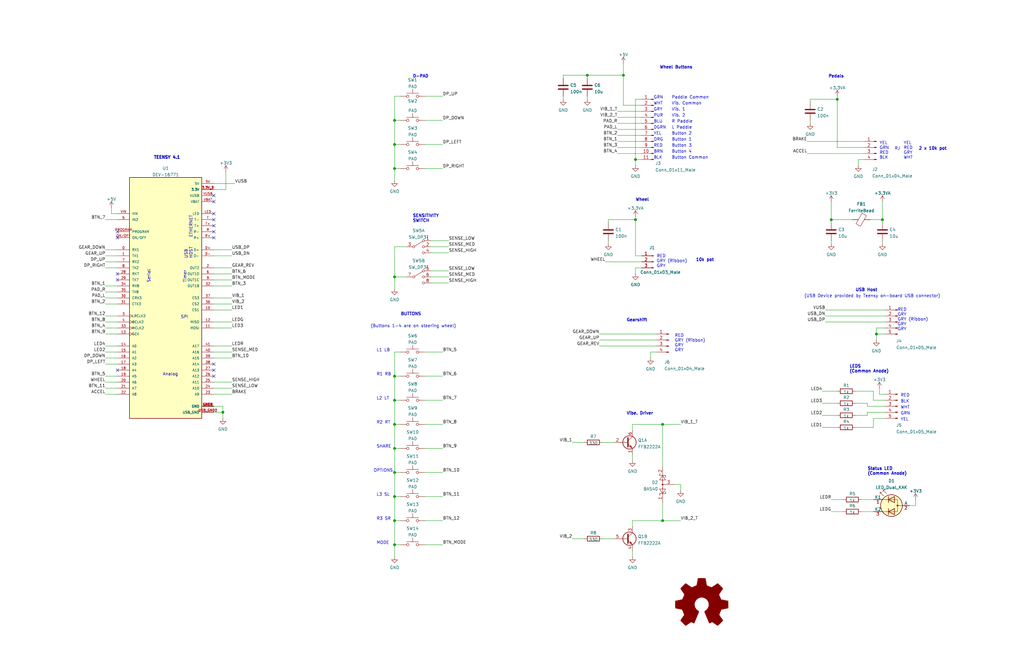
<source format=kicad_sch>
(kicad_sch (version 20211123) (generator eeschema)
  (paper "USLedger")
  (title_block (title "Flashfire ForceWheel WH2304-VW Replacerement PCB") (date "2021-12-30") (rev "0B") (company "Shawn D'Alimonte") (comment 1 "Based on reverse engineering") (comment 2 "Use at own risk"))
  (lib_symbols
    (symbol "Connector:Conn_01x03_Male" (pin_names (offset 1.016) hide)
      (property "Reference" "J" (at 0 5.08 0))
      (property "Value" "Conn_01x03_Male" (at 0 -5.08 0))
      (symbol "Conn_01x03_Male_1_1"
        (pin passive line (at 5.08 2.54 180) (length 3.81) (name "Pin_1") (number "1"))
        (pin passive line (at 5.08 0 180) (length 3.81) (name "Pin_2") (number "2"))
        (pin passive line (at 5.08 -2.54 180) (length 3.81) (name "Pin_3") (number "3"))
      )
    )
    (symbol "Connector:Conn_01x04_Male" (pin_names (offset 1.016) hide)
      (property "Reference" "J" (at 0 5.08 0))
      (property "Value" "Conn_01x04_Male" (at 0 -7.62 0))
      (symbol "Conn_01x04_Male_1_1"
        (pin passive line (at 5.08 2.54 180) (length 3.81) (name "Pin_1") (number "1"))
        (pin passive line (at 5.08 0 180) (length 3.81) (name "Pin_2") (number "2"))
        (pin passive line (at 5.08 -2.54 180) (length 3.81) (name "Pin_3") (number "3"))
        (pin passive line (at 5.08 -5.08 180) (length 3.81) (name "Pin_4") (number "4"))
      )
    )
    (symbol "Connector:Conn_01x05_Male" (pin_names (offset 1.016) hide)
      (property "Reference" "J" (at 0 7.62 0))
      (property "Value" "Conn_01x05_Male" (at 0 -7.62 0))
      (symbol "Conn_01x05_Male_1_1"
        (pin passive line (at 5.08 5.08 180) (length 3.81) (name "Pin_1") (number "1"))
        (pin passive line (at 5.08 2.54 180) (length 3.81) (name "Pin_2") (number "2"))
        (pin passive line (at 5.08 0 180) (length 3.81) (name "Pin_3") (number "3"))
        (pin passive line (at 5.08 -2.54 180) (length 3.81) (name "Pin_4") (number "4"))
        (pin passive line (at 5.08 -5.08 180) (length 3.81) (name "Pin_5") (number "5"))
      )
    )
    (symbol "Connector:Conn_01x11_Male" (pin_names (offset 1.016) hide)
      (property "Reference" "J" (at 0 15.24 0))
      (property "Value" "Conn_01x11_Male" (at 0 -15.24 0))
      (symbol "Conn_01x11_Male_1_1"
        (pin passive line (at 5.08 12.7 180) (length 3.81) (name "Pin_1") (number "1"))
        (pin passive line (at 5.08 -10.16 180) (length 3.81) (name "Pin_10") (number "10"))
        (pin passive line (at 5.08 -12.7 180) (length 3.81) (name "Pin_11") (number "11"))
        (pin passive line (at 5.08 10.16 180) (length 3.81) (name "Pin_2") (number "2"))
        (pin passive line (at 5.08 7.62 180) (length 3.81) (name "Pin_3") (number "3"))
        (pin passive line (at 5.08 5.08 180) (length 3.81) (name "Pin_4") (number "4"))
        (pin passive line (at 5.08 2.54 180) (length 3.81) (name "Pin_5") (number "5"))
        (pin passive line (at 5.08 0 180) (length 3.81) (name "Pin_6") (number "6"))
        (pin passive line (at 5.08 -2.54 180) (length 3.81) (name "Pin_7") (number "7"))
        (pin passive line (at 5.08 -5.08 180) (length 3.81) (name "Pin_8") (number "8"))
        (pin passive line (at 5.08 -7.62 180) (length 3.81) (name "Pin_9") (number "9"))
      )
    )
    (symbol "DEV-16771:DEV-16771" (pin_names (offset 1.016))
      (property "Reference" "U1" (at 0 54.7666 0))
      (property "Value" "DEV-16771" (at 0 51.9915 0))
      (symbol "DEV-16771_0_0"
        (pin bidirectional line (at -20.32 20.32 0) (length 5.08) (name "RX1") (number "0"))
        (pin bidirectional line (at -20.32 17.78 0) (length 5.08) (name "TX1") (number "1"))
        (pin bidirectional line (at 20.32 -5.08 180) (length 5.08) (name "CS1") (number "10"))
        (pin bidirectional line (at 20.32 -12.7 180) (length 5.08) (name "MOSI") (number "11"))
        (pin bidirectional line (at 20.32 -10.16 180) (length 5.08) (name "MISO") (number "12"))
        (pin bidirectional clock (at -20.32 -15.24 0) (length 5.08) (name "SCK") (number "13"))
        (pin bidirectional line (at -20.32 -20.32 0) (length 5.08) (name "A0") (number "14"))
        (pin bidirectional line (at -20.32 -22.86 0) (length 5.08) (name "A1") (number "15"))
        (pin bidirectional line (at -20.32 -25.4 0) (length 5.08) (name "A2") (number "16"))
        (pin bidirectional line (at -20.32 -27.94 0) (length 5.08) (name "A3") (number "17"))
        (pin bidirectional line (at -20.32 -30.48 0) (length 5.08) (name "A4") (number "18"))
        (pin bidirectional line (at -20.32 -33.02 0) (length 5.08) (name "A5") (number "19"))
        (pin output line (at 20.32 12.7 180) (length 5.08) (name "OUT2") (number "2"))
        (pin bidirectional line (at -20.32 -35.56 0) (length 5.08) (name "A6") (number "20"))
        (pin bidirectional line (at -20.32 -38.1 0) (length 5.08) (name "A7") (number "21"))
        (pin bidirectional line (at -20.32 -40.64 0) (length 5.08) (name "A8") (number "22"))
        (pin bidirectional line (at 20.32 -40.64 180) (length 5.08) (name "A9") (number "23"))
        (pin bidirectional line (at 20.32 -38.1 180) (length 5.08) (name "A10") (number "24"))
        (pin bidirectional line (at 20.32 -35.56 180) (length 5.08) (name "A11") (number "25"))
        (pin bidirectional line (at 20.32 -33.02 180) (length 5.08) (name "A12") (number "26"))
        (pin bidirectional line (at 20.32 -30.48 180) (length 5.08) (name "A13") (number "27"))
        (pin bidirectional line (at -20.32 10.16 0) (length 5.08) (name "RX7") (number "28"))
        (pin bidirectional line (at -20.32 7.62 0) (length 5.08) (name "TX7") (number "29"))
        (pin bidirectional clock (at -20.32 -7.62 0) (length 5.08) (name "LRCLK2") (number "3"))
        (pin power_in line (at 20.32 45.72 180) (length 5.08) (name "3.3V") (number "3.3V_1"))
        (pin power_in line (at 20.32 45.72 180) (length 5.08) (name "3.3V") (number "3.3V_2"))
        (pin power_in line (at 20.32 45.72 180) (length 5.08) (name "3.3V") (number "3.3V_3"))
        (pin bidirectional line (at -20.32 0 0) (length 5.08) (name "CRX3") (number "30"))
        (pin bidirectional line (at -20.32 -2.54 0) (length 5.08) (name "CTX3") (number "31"))
        (pin output line (at 20.32 5.08 180) (length 5.08) (name "OUT1B") (number "32"))
        (pin bidirectional clock (at -20.32 -12.7 0) (length 5.08) (name "MCLK2") (number "33"))
        (pin bidirectional line (at -20.32 5.08 0) (length 5.08) (name "RX8") (number "34"))
        (pin bidirectional line (at -20.32 2.54 0) (length 5.08) (name "TX8") (number "35"))
        (pin bidirectional line (at 20.32 -2.54 180) (length 5.08) (name "CS2") (number "36"))
        (pin bidirectional line (at 20.32 0 180) (length 5.08) (name "CS3") (number "37"))
        (pin bidirectional line (at 20.32 -27.94 180) (length 5.08) (name "A14") (number "38"))
        (pin bidirectional line (at 20.32 -25.4 180) (length 5.08) (name "A15") (number "39"))
        (pin bidirectional clock (at -20.32 -10.16 0) (length 5.08) (name "BCLK2") (number "4"))
        (pin bidirectional line (at 20.32 -22.86 180) (length 5.08) (name "A16") (number "40"))
        (pin bidirectional line (at 20.32 -20.32 180) (length 5.08) (name "A17") (number "41"))
        (pin bidirectional line (at -20.32 33.02 0) (length 5.08) (name "IN2") (number "5"))
        (pin power_in line (at 20.32 48.26 180) (length 5.08) (name "5V") (number "5V"))
        (pin output line (at 20.32 10.16 180) (length 5.08) (name "OUT1D") (number "6"))
        (pin bidirectional line (at -20.32 15.24 0) (length 5.08) (name "RX2") (number "7"))
        (pin bidirectional line (at -20.32 12.7 0) (length 5.08) (name "TX2") (number "8"))
        (pin output line (at 20.32 7.62 180) (length 5.08) (name "OUT1C") (number "9"))
        (pin bidirectional line (at 20.32 20.32 180) (length 5.08) (name "D+") (number "D+"))
        (pin bidirectional line (at 20.32 17.78 180) (length 5.08) (name "D-") (number "D-"))
        (pin power_in line (at 20.32 -45.72 180) (length 5.08) (name "GND") (number "GND1"))
        (pin power_in line (at 20.32 -45.72 180) (length 5.08) (name "GND") (number "GND2"))
        (pin power_in line (at 20.32 -45.72 180) (length 5.08) (name "GND") (number "GND3"))
        (pin power_in line (at 20.32 -45.72 180) (length 5.08) (name "GND") (number "GND4"))
        (pin power_in line (at 20.32 -45.72 180) (length 5.08) (name "GND") (number "GND5"))
        (pin bidirectional line (at 20.32 35.56 180) (length 5.08) (name "LED") (number "LED"))
        (pin bidirectional line (at -20.32 25.4 0) (length 5.08) (name "ON/OFF") (number "ON/OFF"))
        (pin bidirectional line (at -20.32 27.94 0) (length 5.08) (name "PROGRAM") (number "PROGRAM"))
        (pin bidirectional line (at 20.32 27.94 180) (length 5.08) (name "R-") (number "R"))
        (pin bidirectional line (at 20.32 25.4 180) (length 5.08) (name "R+") (number "R+"))
        (pin bidirectional line (at 20.32 33.02 180) (length 5.08) (name "T-") (number "T"))
        (pin bidirectional line (at 20.32 30.48 180) (length 5.08) (name "T+") (number "T+"))
        (pin power_in line (at 20.32 -48.26 180) (length 5.08) (name "USB_GND") (number "USB_GND1"))
        (pin power_in line (at 20.32 -48.26 180) (length 5.08) (name "USB_GND") (number "USB_GND2"))
        (pin passive line (at 20.32 40.64 180) (length 5.08) (name "VBAT") (number "VBAT"))
        (pin input line (at -20.32 35.56 0) (length 5.08) (name "VIN") (number "VIN"))
        (pin passive line (at 20.32 43.18 180) (length 5.08) (name "VUSB") (number "VUSB"))
      )
    )
    (symbol "Device:C" (pin_numbers hide) (pin_names (offset 0.254))
      (property "Reference" "C" (at 0.635 2.54 0))
      (property "Value" "C" (at 0.635 -2.54 0))
      (symbol "C_1_1"
        (pin passive line (at 0 3.81 270) (length 2.794) (name "~") (number "1"))
        (pin passive line (at 0 -3.81 90) (length 2.794) (name "~") (number "2"))
      )
    )
    (symbol "Device:FerriteBead" (pin_numbers hide) (pin_names (offset 0))
      (property "Reference" "FB" (at -3.81 0.635 90))
      (property "Value" "FerriteBead" (at 3.81 0 90))
      (symbol "FerriteBead_1_1"
        (pin passive line (at 0 3.81 270) (length 2.54) (name "~") (number "1"))
        (pin passive line (at 0 -3.81 90) (length 2.54) (name "~") (number "2"))
      )
    )
    (symbol "Device:LED_Dual_KAK" (pin_names (offset 0))
      (property "Reference" "D" (at 0 5.715 0))
      (property "Value" "LED_Dual_KAK" (at 0 -6.35 0))
      (symbol "LED_Dual_KAK_1_1"
        (pin input line (at 7.62 2.54 180) (length 3.81) (name "K1") (number "1"))
        (pin input line (at -7.62 0 0) (length 3.048) (name "A") (number "2"))
        (pin input line (at 7.62 -2.54 180) (length 3.81) (name "K2") (number "3"))
      )
    )
    (symbol "Device:R" (pin_numbers hide) (pin_names (offset 0))
      (property "Reference" "R" (at 2.032 0 90))
      (property "Value" "R" (at 0 0 90))
      (symbol "R_1_1"
        (pin passive line (at 0 3.81 270) (length 1.27) (name "~") (number "1"))
        (pin passive line (at 0 -3.81 90) (length 1.27) (name "~") (number "2"))
      )
    )
    (symbol "Diode:BAT54A" (pin_names (offset 1.016))
      (property "Reference" "D" (at 0.635 -3.81 0))
      (property "Value" "BAT54A" (at -6.35 3.175 0))
      (symbol "BAT54A_1_1"
        (pin passive line (at -7.62 0 0) (length 3.81) (name "~") (number "1"))
        (pin passive line (at 7.62 0 180) (length 3.81) (name "~") (number "2"))
        (pin passive line (at 0 -5.08 90) (length 5.08) (name "~") (number "3"))
      )
    )
    (symbol "Graphic:Logo_Open_Hardware_Large" (pin_names (offset 1.016)))
    (symbol "Switch:SW_DP3T" (pin_names (offset 0) hide)
      (property "Reference" "SW" (at 0 5.08 0))
      (property "Value" "SW_DP3T" (at 0 -5.08 0))
      (symbol "SW_DP3T_1_1"
        (pin passive line (at 5.08 2.54 180) (length 2.54) (name "1") (number "1"))
        (pin passive line (at 5.08 0 180) (length 2.54) (name "2") (number "2"))
        (pin passive line (at -5.08 0 0) (length 2.54) (name "3") (number "3"))
        (pin passive line (at 5.08 -2.54 180) (length 2.54) (name "4") (number "4"))
      )
      (symbol "SW_DP3T_2_1"
        (pin passive line (at 5.08 2.54 180) (length 2.54) (name "5") (number "5"))
        (pin passive line (at 5.08 0 180) (length 2.54) (name "6") (number "6"))
        (pin passive line (at -5.08 0 0) (length 2.54) (name "7") (number "7"))
        (pin passive line (at 5.08 -2.54 180) (length 2.54) (name "8") (number "8"))
      )
    )
    (symbol "Switch:SW_Push" (pin_numbers hide) (pin_names (offset 1.016) hide)
      (property "Reference" "SW" (at 1.27 2.54 0))
      (property "Value" "SW_Push" (at 0 -1.524 0))
      (symbol "SW_Push_0_1"
        (pin passive line (at -5.08 0 0) (length 2.54) (name "1") (number "1"))
        (pin passive line (at 5.08 0 180) (length 2.54) (name "2") (number "2"))
      )
    )
    (symbol "Transistor_BJT:FFB2222A" (pin_names (offset 0) hide)
      (property "Reference" "Q" (at 5.08 1.27 0))
      (property "Value" "FFB2222A" (at 5.08 -1.27 0))
      (symbol "FFB2222A_1_1"
        (pin passive line (at 2.54 -5.08 90) (length 2.54) (name "E1") (number "1"))
        (pin input line (at -5.08 0 0) (length 2.54) (name "B1") (number "2"))
        (pin passive line (at 2.54 5.08 270) (length 2.54) (name "C1") (number "6"))
      )
      (symbol "FFB2222A_2_1"
        (pin passive line (at 2.54 5.08 270) (length 2.54) (name "C2") (number "3"))
        (pin passive line (at 2.54 -5.08 90) (length 2.54) (name "E2") (number "4"))
        (pin input line (at -5.08 0 0) (length 2.54) (name "B2") (number "5"))
      )
    )
    (symbol "power:+3.3V" (power) (pin_names (offset 0))
      (property "Value" "+3.3V" (at 0 3.556 0))
      (symbol "+3.3V_1_1"
        (pin power_in line (at 0 0 90) (length 0) hide (name "+3V3") (number "1"))
      )
    )
    (symbol "power:+3.3VA" (power) (pin_names (offset 0))
      (property "Value" "+3.3VA" (at 0 3.556 0))
      (symbol "+3.3VA_1_1"
        (pin power_in line (at 0 0 90) (length 0) hide (name "+3.3VA") (number "1"))
      )
    )
    (symbol "power:+5V" (power) (pin_names (offset 0))
      (property "Value" "+5V" (at 0 3.556 0))
      (symbol "+5V_1_1"
        (pin power_in line (at 0 0 90) (length 0) hide (name "+5V") (number "1"))
      )
    )
    (symbol "power:GND" (power) (pin_names (offset 0))
      (property "Value" "GND" (at 0 -3.81 0))
      (symbol "GND_1_1"
        (pin power_in line (at 0 0 270) (length 0) hide (name "GND") (number "1"))
      )
    )
  )
  (junction (at 267.97 92.71) (diameter 1.016))
  (junction (at 166.37 168.91) (diameter 1.016))
  (junction (at 166.37 179.07) (diameter 1.016))
  (junction (at 369.57 140.97) (diameter 1.016))
  (junction (at 279.4 219.71) (diameter 1.016))
  (junction (at 166.37 158.75) (diameter 1.016))
  (junction (at 166.37 189.23) (diameter 1.016))
  (junction (at 93.98 173.99) (diameter 1.016))
  (junction (at 166.37 60.96) (diameter 1.016))
  (junction (at 166.37 116.84) (diameter 1.016))
  (junction (at 279.4 179.07) (diameter 1.016))
  (junction (at 166.37 209.55) (diameter 1.016))
  (junction (at 350.52 92.71) (diameter 1.016))
  (junction (at 166.37 50.8) (diameter 1.016))
  (junction (at 166.37 199.39) (diameter 1.016))
  (junction (at 166.37 219.71) (diameter 1.016))
  (junction (at 262.89 31.75) (diameter 1.016))
  (junction (at 267.97 67.31) (diameter 1.016))
  (junction (at 353.06 41.91) (diameter 1.016))
  (junction (at 166.37 71.12) (diameter 1.016))
  (junction (at 372.11 92.71) (diameter 1.016))
  (junction (at 166.37 229.87) (diameter 1.016))
  (junction (at 247.65 31.75) (diameter 1.016))
  (no_connect (at 90.17 90.17))
  (no_connect (at 90.17 92.71))
  (no_connect (at 90.17 95.25))
  (no_connect (at 90.17 97.79))
  (no_connect (at 90.17 100.33))
  (no_connect (at 90.17 85.09))
  (no_connect (at 90.17 82.55))
  (no_connect (at 49.53 115.57))
  (no_connect (at 49.53 118.11))
  (no_connect (at 49.53 156.21))
  (no_connect (at 90.17 153.67))
  (no_connect (at 90.17 156.21))
  (no_connect (at 90.17 158.75))
  (no_connect (at 49.53 97.79))
  (no_connect (at 49.53 100.33))
  (wire (pts (xy 266.7 191.77) (xy 266.7 194.31)))
  (wire (pts (xy 181.61 104.14) (xy 189.23 104.14)))
  (wire (pts (xy 90.17 125.73) (xy 97.79 125.73)))
  (wire (pts (xy 252.73 140.97) (xy 276.86 140.97)))
  (wire (pts (xy 179.07 219.71) (xy 186.69 219.71)))
  (wire (pts (xy 274.32 148.59) (xy 276.86 148.59)))
  (wire (pts (xy 44.45 151.13) (xy 49.53 151.13)))
  (wire (pts (xy 166.37 189.23) (xy 168.91 189.23)))
  (wire (pts (xy 340.36 64.77) (xy 364.49 64.77)))
  (wire (pts (xy 44.45 161.29) (xy 49.53 161.29)))
  (wire (pts (xy 254 186.69) (xy 259.08 186.69)))
  (wire (pts (xy 166.37 50.8) (xy 166.37 60.96)))
  (wire (pts (xy 90.17 115.57) (xy 97.79 115.57)))
  (wire (pts (xy 44.45 146.05) (xy 49.53 146.05)))
  (wire (pts (xy 181.61 119.38) (xy 189.23 119.38)))
  (wire (pts (xy 90.17 118.11) (xy 97.79 118.11)))
  (wire (pts (xy 353.06 41.91) (xy 353.06 62.23)))
  (wire (pts (xy 166.37 60.96) (xy 168.91 60.96)))
  (wire (pts (xy 279.4 179.07) (xy 279.4 196.85)))
  (wire (pts (xy 179.07 40.64) (xy 186.69 40.64)))
  (wire (pts (xy 241.3 186.69) (xy 246.38 186.69)))
  (wire (pts (xy 255.27 110.49) (xy 270.51 110.49)))
  (wire (pts (xy 44.45 163.83) (xy 49.53 163.83)))
  (wire (pts (xy 166.37 40.64) (xy 166.37 50.8)))
  (wire (pts (xy 166.37 60.96) (xy 166.37 71.12)))
  (wire (pts (xy 166.37 71.12) (xy 166.37 76.2)))
  (wire (pts (xy 168.91 50.8) (xy 166.37 50.8)))
  (wire (pts (xy 260.35 57.15) (xy 270.51 57.15)))
  (wire (pts (xy 247.65 31.75) (xy 262.89 31.75)))
  (wire (pts (xy 350.52 93.98) (xy 350.52 92.71)))
  (wire (pts (xy 179.07 229.87) (xy 186.69 229.87)))
  (wire (pts (xy 90.17 120.65) (xy 97.79 120.65)))
  (wire (pts (xy 179.07 71.12) (xy 186.69 71.12)))
  (wire (pts (xy 90.17 135.89) (xy 97.79 135.89)))
  (wire (pts (xy 166.37 104.14) (xy 166.37 116.84)))
  (wire (pts (xy 166.37 116.84) (xy 166.37 121.92)))
  (wire (pts (xy 171.45 104.14) (xy 166.37 104.14)))
  (wire (pts (xy 166.37 168.91) (xy 168.91 168.91)))
  (wire (pts (xy 44.45 125.73) (xy 49.53 125.73)))
  (wire (pts (xy 44.45 113.03) (xy 49.53 113.03)))
  (wire (pts (xy 179.07 168.91) (xy 186.69 168.91)))
  (wire (pts (xy 44.45 133.35) (xy 49.53 133.35)))
  (wire (pts (xy 166.37 158.75) (xy 168.91 158.75)))
  (wire (pts (xy 241.3 227.33) (xy 246.38 227.33)))
  (wire (pts (xy 256.54 92.71) (xy 267.97 92.71)))
  (wire (pts (xy 256.54 93.98) (xy 256.54 92.71)))
  (wire (pts (xy 287.02 204.47) (xy 284.48 204.47)))
  (wire (pts (xy 287.02 207.01) (xy 287.02 204.47)))
  (wire (pts (xy 44.45 107.95) (xy 49.53 107.95)))
  (wire (pts (xy 44.45 158.75) (xy 49.53 158.75)))
  (wire (pts (xy 360.68 180.34) (xy 368.3 180.34)))
  (wire (pts (xy 368.3 176.53) (xy 373.38 176.53)))
  (wire (pts (xy 368.3 180.34) (xy 368.3 176.53)))
  (wire (pts (xy 95.25 72.39) (xy 95.25 80.01)))
  (wire (pts (xy 360.68 175.26) (xy 365.76 175.26)))
  (wire (pts (xy 365.76 173.99) (xy 373.38 173.99)))
  (wire (pts (xy 365.76 175.26) (xy 365.76 173.99)))
  (wire (pts (xy 90.17 166.37) (xy 97.79 166.37)))
  (wire (pts (xy 350.52 101.6) (xy 350.52 102.87)))
  (wire (pts (xy 363.22 215.9) (xy 368.3 215.9)))
  (wire (pts (xy 179.07 199.39) (xy 186.69 199.39)))
  (wire (pts (xy 260.35 59.69) (xy 270.51 59.69)))
  (wire (pts (xy 166.37 219.71) (xy 168.91 219.71)))
  (wire (pts (xy 90.17 138.43) (xy 97.79 138.43)))
  (wire (pts (xy 260.35 49.53) (xy 270.51 49.53)))
  (wire (pts (xy 262.89 31.75) (xy 262.89 26.67)))
  (wire (pts (xy 262.89 44.45) (xy 262.89 31.75)))
  (wire (pts (xy 270.51 44.45) (xy 262.89 44.45)))
  (wire (pts (xy 256.54 101.6) (xy 256.54 102.87)))
  (wire (pts (xy 353.06 62.23) (xy 364.49 62.23)))
  (wire (pts (xy 247.65 33.02) (xy 247.65 31.75)))
  (wire (pts (xy 252.73 143.51) (xy 276.86 143.51)))
  (wire (pts (xy 373.38 140.97) (xy 369.57 140.97)))
  (wire (pts (xy 363.22 210.82) (xy 368.3 210.82)))
  (wire (pts (xy 166.37 229.87) (xy 168.91 229.87)))
  (wire (pts (xy 90.17 163.83) (xy 97.79 163.83)))
  (wire (pts (xy 341.63 43.18) (xy 341.63 41.91)))
  (wire (pts (xy 267.97 41.91) (xy 267.97 67.31)))
  (wire (pts (xy 270.51 41.91) (xy 267.97 41.91)))
  (wire (pts (xy 347.98 133.35) (xy 373.38 133.35)))
  (wire (pts (xy 346.71 165.1) (xy 353.06 165.1)))
  (wire (pts (xy 347.98 135.89) (xy 373.38 135.89)))
  (wire (pts (xy 44.45 92.71) (xy 49.53 92.71)))
  (wire (pts (xy 90.17 113.03) (xy 97.79 113.03)))
  (wire (pts (xy 179.07 60.96) (xy 186.69 60.96)))
  (wire (pts (xy 179.07 148.59) (xy 186.69 148.59)))
  (wire (pts (xy 267.97 113.03) (xy 270.51 113.03)))
  (wire (pts (xy 267.97 115.57) (xy 267.97 113.03)))
  (wire (pts (xy 260.35 52.07) (xy 270.51 52.07)))
  (wire (pts (xy 350.52 92.71) (xy 359.41 92.71)))
  (wire (pts (xy 346.71 175.26) (xy 353.06 175.26)))
  (wire (pts (xy 360.68 170.18) (xy 365.76 170.18)))
  (wire (pts (xy 365.76 170.18) (xy 365.76 171.45)))
  (wire (pts (xy 365.76 171.45) (xy 373.38 171.45)))
  (wire (pts (xy 266.7 179.07) (xy 279.4 179.07)))
  (wire (pts (xy 266.7 181.61) (xy 266.7 179.07)))
  (wire (pts (xy 279.4 179.07) (xy 287.02 179.07)))
  (wire (pts (xy 46.99 87.63) (xy 46.99 90.17)))
  (wire (pts (xy 46.99 90.17) (xy 49.53 90.17)))
  (wire (pts (xy 360.68 165.1) (xy 368.3 165.1)))
  (wire (pts (xy 368.3 165.1) (xy 368.3 168.91)))
  (wire (pts (xy 368.3 168.91) (xy 373.38 168.91)))
  (wire (pts (xy 237.49 33.02) (xy 237.49 31.75)))
  (wire (pts (xy 361.95 69.85) (xy 361.95 67.31)))
  (wire (pts (xy 179.07 179.07) (xy 186.69 179.07)))
  (wire (pts (xy 386.08 210.82) (xy 386.08 213.36)))
  (wire (pts (xy 386.08 213.36) (xy 383.54 213.36)))
  (wire (pts (xy 90.17 173.99) (xy 93.98 173.99)))
  (wire (pts (xy 93.98 173.99) (xy 93.98 176.53)))
  (wire (pts (xy 181.61 101.6) (xy 189.23 101.6)))
  (wire (pts (xy 181.61 116.84) (xy 189.23 116.84)))
  (wire (pts (xy 260.35 64.77) (xy 270.51 64.77)))
  (wire (pts (xy 44.45 110.49) (xy 49.53 110.49)))
  (wire (pts (xy 44.45 105.41) (xy 49.53 105.41)))
  (wire (pts (xy 279.4 212.09) (xy 279.4 219.71)))
  (wire (pts (xy 355.6 215.9) (xy 350.52 215.9)))
  (wire (pts (xy 90.17 128.27) (xy 97.79 128.27)))
  (wire (pts (xy 370.84 163.83) (xy 370.84 166.37)))
  (wire (pts (xy 370.84 166.37) (xy 373.38 166.37)))
  (wire (pts (xy 267.97 91.44) (xy 267.97 92.71)))
  (wire (pts (xy 267.97 92.71) (xy 267.97 107.95)))
  (wire (pts (xy 267.97 107.95) (xy 270.51 107.95)))
  (wire (pts (xy 237.49 31.75) (xy 247.65 31.75)))
  (wire (pts (xy 166.37 71.12) (xy 168.91 71.12)))
  (wire (pts (xy 90.17 146.05) (xy 97.79 146.05)))
  (wire (pts (xy 44.45 148.59) (xy 49.53 148.59)))
  (wire (pts (xy 341.63 50.8) (xy 341.63 52.07)))
  (wire (pts (xy 247.65 40.64) (xy 247.65 41.91)))
  (wire (pts (xy 90.17 107.95) (xy 97.79 107.95)))
  (wire (pts (xy 44.45 135.89) (xy 49.53 135.89)))
  (wire (pts (xy 361.95 67.31) (xy 364.49 67.31)))
  (wire (pts (xy 252.73 146.05) (xy 276.86 146.05)))
  (wire (pts (xy 355.6 210.82) (xy 350.52 210.82)))
  (wire (pts (xy 44.45 128.27) (xy 49.53 128.27)))
  (wire (pts (xy 274.32 151.13) (xy 274.32 148.59)))
  (wire (pts (xy 90.17 77.47) (xy 99.06 77.47)))
  (wire (pts (xy 90.17 80.01) (xy 95.25 80.01)))
  (wire (pts (xy 350.52 85.09) (xy 350.52 92.71)))
  (wire (pts (xy 260.35 46.99) (xy 270.51 46.99)))
  (wire (pts (xy 44.45 138.43) (xy 49.53 138.43)))
  (wire (pts (xy 166.37 116.84) (xy 171.45 116.84)))
  (wire (pts (xy 341.63 41.91) (xy 353.06 41.91)))
  (wire (pts (xy 166.37 148.59) (xy 168.91 148.59)))
  (wire (pts (xy 166.37 158.75) (xy 166.37 148.59)))
  (wire (pts (xy 166.37 168.91) (xy 166.37 158.75)))
  (wire (pts (xy 166.37 179.07) (xy 166.37 168.91)))
  (wire (pts (xy 166.37 189.23) (xy 166.37 179.07)))
  (wire (pts (xy 166.37 199.39) (xy 166.37 189.23)))
  (wire (pts (xy 166.37 209.55) (xy 166.37 199.39)))
  (wire (pts (xy 166.37 219.71) (xy 166.37 209.55)))
  (wire (pts (xy 166.37 229.87) (xy 166.37 219.71)))
  (wire (pts (xy 166.37 229.87) (xy 166.37 234.95)))
  (wire (pts (xy 181.61 114.3) (xy 189.23 114.3)))
  (wire (pts (xy 346.71 180.34) (xy 353.06 180.34)))
  (wire (pts (xy 166.37 199.39) (xy 168.91 199.39)))
  (wire (pts (xy 166.37 209.55) (xy 168.91 209.55)))
  (wire (pts (xy 44.45 140.97) (xy 49.53 140.97)))
  (wire (pts (xy 367.03 92.71) (xy 372.11 92.71)))
  (wire (pts (xy 266.7 232.41) (xy 266.7 234.95)))
  (wire (pts (xy 179.07 158.75) (xy 186.69 158.75)))
  (wire (pts (xy 166.37 179.07) (xy 168.91 179.07)))
  (wire (pts (xy 266.7 219.71) (xy 279.4 219.71)))
  (wire (pts (xy 279.4 219.71) (xy 287.02 219.71)))
  (wire (pts (xy 267.97 67.31) (xy 270.51 67.31)))
  (wire (pts (xy 267.97 69.85) (xy 267.97 67.31)))
  (wire (pts (xy 44.45 120.65) (xy 49.53 120.65)))
  (wire (pts (xy 372.11 101.6) (xy 372.11 102.87)))
  (wire (pts (xy 166.37 40.64) (xy 168.91 40.64)))
  (wire (pts (xy 372.11 85.09) (xy 372.11 92.71)))
  (wire (pts (xy 372.11 92.71) (xy 372.11 93.98)))
  (wire (pts (xy 340.36 59.69) (xy 364.49 59.69)))
  (wire (pts (xy 90.17 161.29) (xy 97.79 161.29)))
  (wire (pts (xy 90.17 148.59) (xy 97.79 148.59)))
  (wire (pts (xy 237.49 40.64) (xy 237.49 41.91)))
  (wire (pts (xy 90.17 105.41) (xy 97.79 105.41)))
  (wire (pts (xy 90.17 151.13) (xy 97.79 151.13)))
  (wire (pts (xy 179.07 50.8) (xy 186.69 50.8)))
  (wire (pts (xy 260.35 54.61) (xy 270.51 54.61)))
  (wire (pts (xy 369.57 138.43) (xy 369.57 140.97)))
  (wire (pts (xy 369.57 140.97) (xy 369.57 143.51)))
  (wire (pts (xy 373.38 138.43) (xy 369.57 138.43)))
  (wire (pts (xy 44.45 123.19) (xy 49.53 123.19)))
  (wire (pts (xy 266.7 222.25) (xy 266.7 219.71)))
  (wire (pts (xy 90.17 171.45) (xy 93.98 171.45)))
  (wire (pts (xy 93.98 171.45) (xy 93.98 173.99)))
  (wire (pts (xy 353.06 40.64) (xy 353.06 41.91)))
  (wire (pts (xy 347.98 130.81) (xy 373.38 130.81)))
  (wire (pts (xy 346.71 170.18) (xy 353.06 170.18)))
  (wire (pts (xy 44.45 153.67) (xy 49.53 153.67)))
  (wire (pts (xy 179.07 209.55) (xy 186.69 209.55)))
  (wire (pts (xy 181.61 106.68) (xy 189.23 106.68)))
  (wire (pts (xy 90.17 130.81) (xy 97.79 130.81)))
  (wire (pts (xy 44.45 166.37) (xy 49.53 166.37)))
  (wire (pts (xy 260.35 62.23) (xy 270.51 62.23)))
  (wire (pts (xy 254 227.33) (xy 259.08 227.33)))
  (wire (pts (xy 179.07 189.23) (xy 186.69 189.23)))
  (text "Vib. 1" (at 283.21 46.99 0) (effects (font (size 1.27 1.27)) (justify left bottom)))
  (text "GRY" (at 275.59 46.99 0) (effects (font (size 1.27 1.27)) (justify left bottom)))
  (text "D-PAD\n" (at 173.99 33.02 0) (effects (font (size 1.27 1.27) (thickness 0.254) bold) (justify left bottom)))
  (text "GRN" (at 379.73 175.26 0) (effects (font (size 1.27 1.27)) (justify left bottom)))
  (text "BLK" (at 379.73 170.18 0) (effects (font (size 1.27 1.27)) (justify left bottom)))
  (text "ETHERNET" (at 81.28 100.33 90) (effects (font (size 1.27 1.27)) (justify left bottom)))
  (text "ORG" (at 275.59 59.69 0) (effects (font (size 1.27 1.27)) (justify left bottom)))
  (text "RED" (at 275.59 62.23 0) (effects (font (size 1.27 1.27)) (justify left bottom)))
  (text "YEL" (at 379.73 177.8 0) (effects (font (size 1.27 1.27)) (justify left bottom)))
  (text "YEL\nGRN\nRED\nBLK" (at 370.84 67.31 0) (effects (font (size 1.27 1.27)) (justify left bottom)))
  (text "WHT" (at 379.73 172.72 0) (effects (font (size 1.27 1.27)) (justify left bottom)))
  (text "USB\nHOST" (at 81.28 109.22 90) (effects (font (size 1.27 1.27)) (justify left bottom)))
  (text "SHARE" (at 158.75 189.23 0) (effects (font (size 1.27 1.27)) (justify left bottom)))
  (text "YEL" (at 275.59 57.15 0) (effects (font (size 1.27 1.27)) (justify left bottom)))
  (text "Gearshift" (at 264.16 135.89 0) (effects (font (size 1.27 1.27) (thickness 0.254) bold) (justify left bottom)))
  (text "Serial" (at 63.5 119.38 90) (effects (font (size 1.27 1.27)) (justify left bottom)))
  (text "R Paddle" (at 283.21 52.07 0) (effects (font (size 1.27 1.27)) (justify left bottom)))
  (text "L3 SL" (at 158.75 209.55 0) (effects (font (size 1.27 1.27)) (justify left bottom)))
  (text "Wheel" (at 267.97 85.09 0) (effects (font (size 1.27 1.27) (thickness 0.254) bold) (justify left bottom)))
  (text "Button 1" (at 283.21 59.69 0) (effects (font (size 1.27 1.27)) (justify left bottom)))
  (text "Vibe. Driver" (at 264.16 175.26 0) (effects (font (size 1.27 1.27) (thickness 0.254) bold) (justify left bottom)))
  (text "BRN" (at 275.59 64.77 0) (effects (font (size 1.27 1.27)) (justify left bottom)))
  (text "USB Host" (at 360.68 123.19 0) (effects (font (size 1.27 1.27) (thickness 0.254) bold) (justify left bottom)))
  (text "(Buttons 1-4 are on steering wheel)" (at 156.21 138.43 0) (effects (font (size 1.27 1.27)) (justify left bottom)))
  (text "10k pot" (at 293.37 110.49 0) (effects (font (size 1.27 1.27) (thickness 0.254) bold) (justify left bottom)))
  (text "PUR" (at 275.59 49.53 0) (effects (font (size 1.27 1.27)) (justify left bottom)))
  (text "Pedals" (at 349.25 33.02 0) (effects (font (size 1.27 1.27) (thickness 0.254) bold) (justify left bottom)))
  (text "Button Common" (at 283.21 67.31 0) (effects (font (size 1.27 1.27)) (justify left bottom)))
  (text "SPI" (at 76.2 134.62 0) (effects (font (size 1.27 1.27)) (justify left bottom)))
  (text "L2 LT" (at 158.75 168.91 0) (effects (font (size 1.27 1.27)) (justify left bottom)))
  (text "L1 LB" (at 158.75 148.59 0) (effects (font (size 1.27 1.27)) (justify left bottom)))
  (text "2 x 10k pot" (at 387.35 63.5 0) (effects (font (size 1.27 1.27) (thickness 0.254) bold) (justify left bottom)))
  (text "R3 SR" (at 158.75 219.71 0) (effects (font (size 1.27 1.27)) (justify left bottom)))
  (text "L Paddle" (at 283.21 54.61 0) (effects (font (size 1.27 1.27)) (justify left bottom)))
  (text "RED" (at 379.73 167.64 0) (effects (font (size 1.27 1.27)) (justify left bottom)))
  (text "Button 2" (at 283.21 57.15 0) (effects (font (size 1.27 1.27)) (justify left bottom)))
  (text "Wheel Buttons" (at 278.13 29.21 0) (effects (font (size 1.27 1.27) (thickness 0.254) bold) (justify left bottom)))
  (text "OPTIONS" (at 157.48 199.39 0) (effects (font (size 1.27 1.27)) (justify left bottom)))
  (text "RJ\n" (at 377.19 63.5 0) (effects (font (size 1.27 1.27)) (justify left bottom)))
  (text "Button 3" (at 283.21 62.23 0) (effects (font (size 1.27 1.27)) (justify left bottom)))
  (text "DGRN" (at 275.59 54.61 0) (effects (font (size 1.27 1.27)) (justify left bottom)))
  (text "GRN" (at 275.59 41.91 0) (effects (font (size 1.27 1.27)) (justify left bottom)))
  (text "MODE" (at 158.75 229.87 0) (effects (font (size 1.27 1.27)) (justify left bottom)))
  (text "R1 RB" (at 158.75 158.75 0) (effects (font (size 1.27 1.27)) (justify left bottom)))
  (text "Analog" (at 68.58 158.75 0) (effects (font (size 1.27 1.27)) (justify left bottom)))
  (text "SENSITIVITY\nSWITCH" (at 173.99 93.98 0) (effects (font (size 1.27 1.27) (thickness 0.254) bold) (justify left bottom)))
  (text "YEL\nRED\nGRY\nWHT\n" (at 381 67.31 0) (effects (font (size 1.27 1.27)) (justify left bottom)))
  (text "RED\nGRY\nGRY (Ribbon)\nGRY\nGRY" (at 378.46 139.7 0) (effects (font (size 1.27 1.27)) (justify left bottom)))
  (text "LEDS\n(Common Anode)" (at 358.14 157.48 0) (effects (font (size 1.27 1.27) (thickness 0.254) bold) (justify left bottom)))
  (text "BLK" (at 275.59 67.31 0) (effects (font (size 1.27 1.27)) (justify left bottom)))
  (text "BLU" (at 275.59 52.07 0) (effects (font (size 1.27 1.27)) (justify left bottom)))
  (text "(USB Device provided by Teensy on-board USB connector)\n" (at 339.09 125.73 0) (effects (font (size 1.27 1.27)) (justify left bottom)))
  (text "RED\nGRY (Ribbon)\nGRY" (at 276.86 113.03 0) (effects (font (size 1.27 1.27)) (justify left bottom)))
  (text "Status LED\n(Common Anode)" (at 365.76 200.66 0) (effects (font (size 1.27 1.27) (thickness 0.254) bold) (justify left bottom)))
  (text "Timer" (at 78.74 119.38 90) (effects (font (size 1.27 1.27)) (justify left bottom)))
  (text "RED\nGRY (Ribbon)\nGRY\nGRY" (at 284.48 148.59 0) (effects (font (size 1.27 1.27)) (justify left bottom)))
  (text "Paddle Common" (at 283.21 41.91 0) (effects (font (size 1.27 1.27)) (justify left bottom)))
  (text "TEENSY 4.1" (at 64.77 67.31 0) (effects (font (size 1.27 1.27) (thickness 0.762) bold) (justify left bottom)))
  (text "Vib. Common" (at 283.21 44.45 0) (effects (font (size 1.27 1.27)) (justify left bottom)))
  (text "R2 RT" (at 158.75 179.07 0) (effects (font (size 1.27 1.27)) (justify left bottom)))
  (text "Vib. 2" (at 283.21 49.53 0) (effects (font (size 1.27 1.27)) (justify left bottom)))
  (text "Button 4" (at 283.21 64.77 0) (effects (font (size 1.27 1.27)) (justify left bottom)))
  (text "BUTTONS\n" (at 168.91 133.35 0) (effects (font (size 1.27 1.27) (thickness 0.254) bold) (justify left bottom)))
  (text "WHT" (at 275.59 44.45 0) (effects (font (size 1.27 1.27)) (justify left bottom)))
  (label "GEAR_UP" (at 44.45 107.95 180))
  (label "GEAR_REV" (at 97.79 113.03 0))
  (label "BTN_MODE" (at 97.79 118.11 0))
  (label "VIB_1_T" (at 287.02 179.07 0))
  (label "USB_DN" (at 347.98 133.35 180))
  (label "GEAR_REV" (at 252.73 146.05 180))
  (label "LED4" (at 44.45 146.05 180))
  (label "SENSE_MED" (at 97.79 148.59 0))
  (label "GEAR_UP" (at 252.73 143.51 180))
  (label "BTN_9" (at 44.45 140.97 180))
  (label "PAD_L" (at 44.45 125.73 180))
  (label "BTN_5" (at 186.69 148.59 0))
  (label "BTN_1" (at 260.35 59.69 180))
  (label "BTN_12" (at 44.45 133.35 180))
  (label "VIB_1_T" (at 260.35 46.99 180))
  (label "BTN_4" (at 260.35 64.77 180))
  (label "BTN_10" (at 186.69 199.39 0))
  (label "VIB_2_T" (at 287.02 219.71 0))
  (label "BTN_6" (at 97.79 115.57 0))
  (label "SENSE_MED" (at 189.23 104.14 0))
  (label "BRAKE" (at 340.36 59.69 180))
  (label "SENSE_MED" (at 189.23 116.84 0))
  (label "GEAR_DOWN" (at 44.45 105.41 180))
  (label "SENSE_HIGH" (at 189.23 106.68 0))
  (label "SENSE_LOW" (at 97.79 163.83 0))
  (label "LED4" (at 346.71 165.1 180))
  (label "LEDG" (at 350.52 215.9 180))
  (label "BTN_12" (at 186.69 219.71 0))
  (label "BTN_7" (at 44.45 92.71 180))
  (label "PAD_R" (at 44.45 123.19 180))
  (label "USB_DN" (at 97.79 107.95 0))
  (label "DP_RIGHT" (at 44.45 113.03 180))
  (label "SENSE_HIGH" (at 189.23 119.38 0))
  (label "BTN_6" (at 186.69 158.75 0))
  (label "DP_UP" (at 44.45 110.49 180))
  (label "BTN_4" (at 44.45 138.43 180))
  (label "BTN_11" (at 44.45 163.83 180))
  (label "DP_LEFT" (at 44.45 153.67 180))
  (label "SENSE_LOW" (at 189.23 101.6 0))
  (label "LED3" (at 346.71 170.18 180))
  (label "LED1" (at 97.79 130.81 0))
  (label "ACCEL" (at 44.45 166.37 180))
  (label "BTN_11" (at 186.69 209.55 0))
  (label "LED2" (at 346.71 175.26 180))
  (label "BTN_3" (at 260.35 62.23 180))
  (label "USB_DP" (at 347.98 135.89 180))
  (label "WHEEL" (at 255.27 110.49 180))
  (label "DP_LEFT" (at 186.69 60.96 0))
  (label "BTN_8" (at 44.45 135.89 180))
  (label "DP_RIGHT" (at 186.69 71.12 0))
  (label "LED2" (at 44.45 148.59 180))
  (label "DP_DOWN" (at 44.45 151.13 180))
  (label "LED3" (at 97.79 138.43 0))
  (label "VUSB" (at 99.06 77.47 0))
  (label "BRAKE" (at 97.79 166.37 0))
  (label "SENSE_HIGH" (at 97.79 161.29 0))
  (label "BTN_2" (at 260.35 57.15 180))
  (label "VIB_1" (at 241.3 186.69 180))
  (label "LEDG" (at 97.79 135.89 0))
  (label "DP_DOWN" (at 186.69 50.8 0))
  (label "VIB_2" (at 241.3 227.33 180))
  (label "BTN_5" (at 44.45 158.75 180))
  (label "VIB_2" (at 97.79 128.27 0))
  (label "DP_UP" (at 186.69 40.64 0))
  (label "LEDR" (at 97.79 146.05 0))
  (label "BTN_7" (at 186.69 168.91 0))
  (label "BTN_MODE" (at 186.69 229.87 0))
  (label "BTN_9" (at 186.69 189.23 0))
  (label "BTN_8" (at 186.69 179.07 0))
  (label "VIB_1" (at 97.79 125.73 0))
  (label "GEAR_DOWN" (at 252.73 140.97 180))
  (label "SENSE_LOW" (at 189.23 114.3 0))
  (label "VIB_2_T" (at 260.35 49.53 180))
  (label "PAD_L" (at 260.35 54.61 180))
  (label "ACCEL" (at 340.36 64.77 180))
  (label "BTN_10" (at 97.79 151.13 0))
  (label "BTN_2" (at 44.45 128.27 180))
  (label "LEDR" (at 350.52 210.82 180))
  (label "BTN_3" (at 97.79 120.65 0))
  (label "PAD_R" (at 260.35 52.07 180))
  (label "BTN_1" (at 44.45 120.65 180))
  (label "VUSB" (at 347.98 130.81 180))
  (label "USB_DP" (at 97.79 105.41 0))
  (label "LED1" (at 346.71 180.34 180))
  (label "WHEEL" (at 44.45 161.29 180))
  (symbol (lib_id "DEV-16771:DEV-16771") (at 69.85 125.73 0) (unit 1)
    (property "Reference" "U1" (at 69.85 70.9634 0))
    (property "Value" "DEV-16771" (at 69.85 73.7385 0))
    (property "Footprint" "MODL_DEV-16771:MODULE_DEV-16771" (effects hide))
    (property "PARTREV" "4.1" (effects hide))
    (property "STANDARD" "Manufacturer recommendations" (effects hide))
    (property "MAXIMUM_PACKAGE_HEIGHT" "4.07mm" (effects hide))
    (property "MANUFACTURER" "SparkFun Electronics" (effects hide))
  )
  (symbol (lib_id "Device:C") (at 237.49 36.83 0) (unit 1)
    (property "Reference" "C5" (at 240.4111 35.9215 0) (effects (justify left)))
    (property "Value" "100n" (at 240.4111 38.6966 0) (effects (justify left)))
    (property "Footprint" "Capacitor_SMD:C_0603_1608Metric_Pad1.08x0.95mm_HandSolder" (effects hide))
  )
  (symbol (lib_id "Switch:SW_Push") (at 173.99 60.96 0) (unit 1)
    (property "Reference" "SW3" (at 173.99 54.0724 0))
    (property "Value" "PAD" (at 173.99 56.8475 0))
    (property "Footprint" "TeensyWheel:Sw_PAD_6.5mm" (effects hide))
  )
  (symbol (lib_id "Device:R") (at 356.87 165.1 90) (unit 1)
    (property "Reference" "R1" (at 356.87 162.6574 90))
    (property "Value" "1k" (at 356.87 165.4325 90))
    (property "Footprint" "Resistor_SMD:R_0603_1608Metric_Pad0.98x0.95mm_HandSolder" (effects hide))
  )
  (symbol (lib_id "power:+3.3V") (at 350.52 85.09 0) (unit 1)
    (property "Reference" "#PWR07" (effects hide))
    (property "Value" "+3.3V" (at 350.52 81.4854 0))
  )
  (symbol (lib_id "power:GND") (at 287.02 207.01 0) (unit 1)
    (property "Reference" "#PWR015" (effects hide))
    (property "Value" "GND" (at 287.02 211.5726 0))
  )
  (symbol (lib_id "power:GND") (at 372.11 102.87 0) (unit 1)
    (property "Reference" "#PWR010" (effects hide))
    (property "Value" "GND" (at 372.11 107.4326 0))
  )
  (symbol (lib_id "Switch:SW_Push") (at 173.99 199.39 0) (unit 1)
    (property "Reference" "SW11" (at 173.99 192.5024 0))
    (property "Value" "PAD" (at 173.99 195.2775 0))
    (property "Footprint" "TeensyWheel:Sw_PAD_6.5mm" (effects hide))
  )
  (symbol (lib_id "Device:R") (at 359.41 215.9 270) (mirror x) (unit 1)
    (property "Reference" "R6" (at 359.41 213.4574 90))
    (property "Value" "1k" (at 359.41 216.2325 90))
    (property "Footprint" "Resistor_SMD:R_0603_1608Metric_Pad0.98x0.95mm_HandSolder" (effects hide))
  )
  (symbol (lib_id "Switch:SW_Push") (at 173.99 168.91 0) (unit 1)
    (property "Reference" "SW8" (at 173.99 162.0224 0))
    (property "Value" "PAD" (at 173.99 164.7975 0))
    (property "Footprint" "TeensyWheel:Sw_PAD_6.5mm" (effects hide))
  )
  (symbol (lib_id "Device:R") (at 250.19 227.33 90) (unit 1)
    (property "Reference" "R8" (at 250.19 224.8874 90))
    (property "Value" "330" (at 250.19 227.6625 90))
    (property "Footprint" "Resistor_SMD:R_0603_1608Metric_Pad0.98x0.95mm_HandSolder" (effects hide))
  )
  (symbol (lib_id "Device:C") (at 372.11 97.79 0) (unit 1)
    (property "Reference" "C4" (at 375.0311 96.8815 0) (effects (justify left)))
    (property "Value" "10u" (at 375.0311 99.6566 0) (effects (justify left)))
    (property "Footprint" "Capacitor_SMD:C_0603_1608Metric_Pad1.08x0.95mm_HandSolder" (effects hide))
  )
  (symbol (lib_id "power:GND") (at 166.37 76.2 0) (unit 1)
    (property "Reference" "#PWR0110" (effects hide))
    (property "Value" "GND" (at 166.37 80.7626 0))
  )
  (symbol (lib_id "Switch:SW_Push") (at 173.99 179.07 0) (unit 1)
    (property "Reference" "SW9" (at 173.99 172.1824 0))
    (property "Value" "PAD" (at 173.99 174.9575 0))
    (property "Footprint" "TeensyWheel:Sw_PAD_6.5mm" (effects hide))
  )
  (symbol (lib_id "Switch:SW_DP3T") (at 176.53 104.14 0) (unit 1)
    (property "Reference" "SW5" (at 176.53 97.3032 0))
    (property "Value" "SW_DP3T" (at 176.53 100.0783 0))
    (property "Footprint" "TeensyWheel:Sense_Sw" (effects hide))
  )
  (symbol (lib_id "Graphic:Logo_Open_Hardware_Large") (at 295.91 255.27 0) (unit 1)
    (property "Reference" "#LOGO?" (effects hide))
    (property "Value" "Logo_Open_Hardware_Large" (effects hide))
  )
  (symbol (lib_id "power:GND") (at 166.37 121.92 0) (unit 1)
    (property "Reference" "#PWR0111" (effects hide))
    (property "Value" "GND" (at 166.37 126.4826 0))
  )
  (symbol (lib_id "Device:C") (at 256.54 97.79 0) (unit 1)
    (property "Reference" "C1" (at 259.4611 96.8815 0) (effects (justify left)))
    (property "Value" "100n" (at 259.4611 99.6566 0) (effects (justify left)))
    (property "Footprint" "Capacitor_SMD:C_0603_1608Metric_Pad1.08x0.95mm_HandSolder" (effects hide))
  )
  (symbol (lib_id "power:GND") (at 361.95 69.85 0) (unit 1)
    (property "Reference" "#PWR06" (effects hide))
    (property "Value" "GND" (at 361.95 74.4126 0))
  )
  (symbol (lib_id "power:GND") (at 350.52 102.87 0) (unit 1)
    (property "Reference" "#PWR09" (effects hide))
    (property "Value" "GND" (at 350.52 107.4326 0))
  )
  (symbol (lib_id "Connector:Conn_01x11_Male") (at 275.59 54.61 0) (mirror y) (unit 1)
    (property "Reference" "J3" (at 276.3013 68.9415 0) (effects (justify right)))
    (property "Value" "Conn_01x11_Male" (at 276.3013 71.7166 0) (effects (justify right)))
    (property "Footprint" "Connector_JST:JST_PH_B11B-PH-K_1x11_P2.00mm_Vertical" (effects hide))
  )
  (symbol (lib_id "Diode:BAT54A") (at 279.4 204.47 90) (unit 1)
    (property "Reference" "D2" (at 277.495 203.5615 90) (effects (justify left)))
    (property "Value" "BAS40" (at 277.495 206.3366 90) (effects (justify left)))
    (property "Footprint" "Package_TO_SOT_SMD:SOT-23" (effects hide))
    (property "Datasheet" "http://www.diodes.com/_files/datasheets/ds11005.pdf" (effects hide))
  )
  (symbol (lib_id "power:GND") (at 274.32 151.13 0) (unit 1)
    (property "Reference" "#PWR0101" (effects hide))
    (property "Value" "GND" (at 274.32 155.6926 0))
  )
  (symbol (lib_id "Connector:Conn_01x04_Male") (at 369.57 62.23 0) (mirror y) (unit 1)
    (property "Reference" "J2" (at 367.7413 71.4815 0) (effects (justify right)))
    (property "Value" "Conn_01x04_Male" (at 367.7413 74.2566 0) (effects (justify right)))
    (property "Footprint" "Connector_JST:JST_EH_B4B-EH-A_1x04_P2.50mm_Vertical" (effects hide))
  )
  (symbol (lib_id "power:GND") (at 237.49 41.91 0) (unit 1)
    (property "Reference" "#PWR017" (effects hide))
    (property "Value" "GND" (at 237.49 46.4726 0))
  )
  (symbol (lib_id "Transistor_BJT:FFB2222A") (at 264.16 227.33 0) (unit 2)
    (property "Reference" "Q1" (at 269.0115 226.4215 0) (effects (justify left)))
    (property "Value" "FFB2222A" (at 269.0115 229.1966 0) (effects (justify left)))
    (property "Footprint" "Package_TO_SOT_SMD:SOT-363_SC-70-6" (effects hide))
    (property "Datasheet" "https://www.onsemi.com/pub/Collateral/MMPQ2222A-D.pdf" (effects hide))
  )
  (symbol (lib_id "power:+3.3VA") (at 267.97 91.44 0) (unit 1)
    (property "Reference" "#PWR01" (effects hide))
    (property "Value" "+3.3VA" (at 267.97 87.8354 0))
  )
  (symbol (lib_id "power:+3.3VA") (at 353.06 40.64 0) (unit 1)
    (property "Reference" "#PWR04" (effects hide))
    (property "Value" "+3.3VA" (at 353.06 37.0354 0))
  )
  (symbol (lib_id "power:GND") (at 266.7 194.31 0) (unit 1)
    (property "Reference" "#PWR014" (effects hide))
    (property "Value" "GND" (at 266.7 198.8726 0))
  )
  (symbol (lib_id "Device:C") (at 350.52 97.79 0) (unit 1)
    (property "Reference" "C3" (at 353.4411 96.8815 0) (effects (justify left)))
    (property "Value" "10u" (at 353.4411 99.6566 0) (effects (justify left)))
    (property "Footprint" "Capacitor_SMD:C_0603_1608Metric_Pad1.08x0.95mm_HandSolder" (effects hide))
  )
  (symbol (lib_id "Device:FerriteBead") (at 363.22 92.71 90) (unit 1)
    (property "Reference" "FB1" (at 363.22 86.1018 90))
    (property "Value" "FerriteBead" (at 363.22 88.8769 90))
    (property "Footprint" "Inductor_SMD:L_0805_2012Metric_Pad1.05x1.20mm_HandSolder" (effects hide))
  )
  (symbol (lib_id "Device:R") (at 356.87 180.34 90) (unit 1)
    (property "Reference" "R4" (at 356.87 177.8974 90))
    (property "Value" "1k" (at 356.87 180.6725 90))
    (property "Footprint" "Resistor_SMD:R_0603_1608Metric_Pad0.98x0.95mm_HandSolder" (effects hide))
  )
  (symbol (lib_id "power:GND") (at 369.57 143.51 0) (unit 1)
    (property "Reference" "#PWR0105" (effects hide))
    (property "Value" "GND" (at 369.57 148.0726 0))
  )
  (symbol (lib_id "Device:C") (at 247.65 36.83 0) (unit 1)
    (property "Reference" "C6" (at 250.5711 35.9215 0) (effects (justify left)))
    (property "Value" "10u" (at 250.5711 38.6966 0) (effects (justify left)))
    (property "Footprint" "Capacitor_SMD:C_0603_1608Metric_Pad1.08x0.95mm_HandSolder" (effects hide))
  )
  (symbol (lib_id "power:+3.3V") (at 95.25 72.39 0) (unit 1)
    (property "Reference" "#PWR0109" (effects hide))
    (property "Value" "+3.3V" (at 95.25 68.7854 0))
  )
  (symbol (lib_id "Switch:SW_Push") (at 173.99 50.8 0) (unit 1)
    (property "Reference" "SW2" (at 173.99 42.6424 0))
    (property "Value" "PAD" (at 173.99 46.6875 0))
    (property "Footprint" "TeensyWheel:Sw_PAD_6.5mm" (effects hide))
  )
  (symbol (lib_id "Connector:Conn_01x03_Male") (at 275.59 110.49 0) (mirror y) (unit 1)
    (property "Reference" "J1" (at 273.7613 104.5015 0) (effects (justify right)))
    (property "Value" "Conn_01x03_Male" (at 269.9513 114.8966 0) (effects (justify right)))
    (property "Footprint" "Connector_JST:JST_EH_B3B-EH-A_1x03_P2.50mm_Vertical" (effects hide))
  )
  (symbol (lib_id "Transistor_BJT:FFB2222A") (at 264.16 186.69 0) (unit 1)
    (property "Reference" "Q1" (at 269.0115 185.7815 0) (effects (justify left)))
    (property "Value" "FFB2222A" (at 269.0115 188.5566 0) (effects (justify left)))
    (property "Footprint" "Package_TO_SOT_SMD:SOT-363_SC-70-6" (effects hide))
    (property "Datasheet" "https://www.onsemi.com/pub/Collateral/MMPQ2222A-D.pdf" (effects hide))
  )
  (symbol (lib_id "Switch:SW_Push") (at 173.99 209.55 0) (unit 1)
    (property "Reference" "SW12" (at 173.99 202.6624 0))
    (property "Value" "PAD" (at 173.99 205.4375 0))
    (property "Footprint" "TeensyWheel:Sw_PAD_6.5mm" (effects hide))
  )
  (symbol (lib_id "power:GND") (at 247.65 41.91 0) (unit 1)
    (property "Reference" "#PWR018" (effects hide))
    (property "Value" "GND" (at 247.65 46.4726 0))
  )
  (symbol (lib_id "Connector:Conn_01x05_Male") (at 378.46 135.89 0) (mirror y) (unit 1)
    (property "Reference" "J4" (at 377.9013 143.8715 0) (effects (justify right)))
    (property "Value" "Conn_01x05_Male" (at 377.9013 146.6466 0) (effects (justify right)))
    (property "Footprint" "Connector_JST:JST_EH_B5B-EH-A_1x05_P2.50mm_Vertical" (effects hide))
  )
  (symbol (lib_id "power:+5V") (at 46.99 87.63 0) (unit 1)
    (property "Reference" "#PWR0108" (effects hide))
    (property "Value" "+5V" (at 46.99 84.0254 0))
  )
  (symbol (lib_id "Connector:Conn_01x05_Male") (at 378.46 171.45 0) (mirror y) (unit 1)
    (property "Reference" "J5" (at 377.9013 179.4315 0) (effects (justify right)))
    (property "Value" "Conn_01x05_Male" (at 377.9013 182.2066 0) (effects (justify right)))
    (property "Footprint" "Connector_JST:JST_EH_B5B-EH-A_1x05_P2.50mm_Vertical" (effects hide))
  )
  (symbol (lib_id "power:GND") (at 166.37 234.95 0) (unit 1)
    (property "Reference" "#PWR0107" (effects hide))
    (property "Value" "GND" (at 166.37 239.5126 0))
  )
  (symbol (lib_id "Switch:SW_Push") (at 173.99 71.12 0) (unit 1)
    (property "Reference" "SW4" (at 173.99 64.2324 0))
    (property "Value" "PAD" (at 173.99 67.0075 0))
    (property "Footprint" "TeensyWheel:Sw_PAD_6.5mm" (effects hide))
  )
  (symbol (lib_id "Switch:SW_Push") (at 173.99 189.23 0) (unit 1)
    (property "Reference" "SW10" (at 173.99 182.3424 0))
    (property "Value" "PAD" (at 173.99 185.1175 0))
    (property "Footprint" "TeensyWheel:Sw_PAD_6.5mm" (effects hide))
  )
  (symbol (lib_id "power:+3.3V") (at 370.84 163.83 0) (unit 1)
    (property "Reference" "#PWR0106" (effects hide))
    (property "Value" "+3.3V" (at 370.84 160.2254 0))
  )
  (symbol (lib_id "power:GND") (at 93.98 176.53 0) (unit 1)
    (property "Reference" "#PWR011" (effects hide))
    (property "Value" "GND" (at 93.98 181.0926 0))
  )
  (symbol (lib_id "power:GND") (at 267.97 115.57 0) (unit 1)
    (property "Reference" "#PWR03" (effects hide))
    (property "Value" "GND" (at 267.97 120.1326 0))
  )
  (symbol (lib_id "power:GND") (at 267.97 69.85 0) (unit 1)
    (property "Reference" "#PWR013" (effects hide))
    (property "Value" "GND" (at 267.97 74.4126 0))
  )
  (symbol (lib_id "Connector:Conn_01x04_Male") (at 281.94 143.51 0) (mirror y) (unit 1)
    (property "Reference" "J6" (at 280.1113 152.7615 0) (effects (justify right)))
    (property "Value" "Conn_01x04_Male" (at 280.1113 155.5366 0) (effects (justify right)))
    (property "Footprint" "Connector_JST:JST_EH_B4B-EH-A_1x04_P2.50mm_Vertical" (effects hide))
  )
  (symbol (lib_id "Device:C") (at 341.63 46.99 0) (unit 1)
    (property "Reference" "C2" (at 344.5511 46.0815 0) (effects (justify left)))
    (property "Value" "100n" (at 344.5511 48.8566 0) (effects (justify left)))
    (property "Footprint" "Capacitor_SMD:C_0603_1608Metric_Pad1.08x0.95mm_HandSolder" (effects hide))
  )
  (symbol (lib_id "power:GND") (at 266.7 234.95 0) (unit 1)
    (property "Reference" "#PWR016" (effects hide))
    (property "Value" "GND" (at 266.7 239.5126 0))
  )
  (symbol (lib_id "power:+3.3VA") (at 372.11 85.09 0) (unit 1)
    (property "Reference" "#PWR08" (effects hide))
    (property "Value" "+3.3VA" (at 372.11 81.4854 0))
  )
  (symbol (lib_id "Device:R") (at 356.87 170.18 90) (unit 1)
    (property "Reference" "R2" (at 356.87 167.7374 90))
    (property "Value" "1k" (at 356.87 170.5125 90))
    (property "Footprint" "Resistor_SMD:R_0603_1608Metric_Pad0.98x0.95mm_HandSolder" (effects hide))
  )
  (symbol (lib_id "Switch:SW_Push") (at 173.99 40.64 0) (unit 1)
    (property "Reference" "SW1" (at 173.99 33.7524 0))
    (property "Value" "PAD" (at 173.99 36.5275 0))
    (property "Footprint" "TeensyWheel:Sw_PAD_6.5mm" (effects hide))
  )
  (symbol (lib_id "Device:R") (at 250.19 186.69 90) (unit 1)
    (property "Reference" "R7" (at 250.19 184.2474 90))
    (property "Value" "330" (at 250.19 187.0225 90))
    (property "Footprint" "Resistor_SMD:R_0603_1608Metric_Pad0.98x0.95mm_HandSolder" (effects hide))
  )
  (symbol (lib_id "Switch:SW_DP3T") (at 176.53 116.84 0) (unit 2)
    (property "Reference" "SW5" (at 176.53 110.0032 0))
    (property "Value" "SW_DP3T" (at 176.53 112.7783 0))
    (property "Footprint" "TeensyWheel:Sense_Sw" (effects hide))
  )
  (symbol (lib_id "Device:LED_Dual_KAK") (at 375.92 213.36 0) (mirror y) (unit 1)
    (property "Reference" "D1" (at 375.92 202.9164 0))
    (property "Value" "LED_Dual_KAK" (at 375.92 205.6915 0))
    (property "Footprint" "LED_THT:LED_D3.0mm-3" (effects hide))
  )
  (symbol (lib_id "Switch:SW_Push") (at 173.99 148.59 0) (unit 1)
    (property "Reference" "SW6" (at 173.99 141.7024 0))
    (property "Value" "PAD" (at 173.99 144.4775 0))
    (property "Footprint" "TeensyWheel:Sw_PAD_6.5mm" (effects hide))
  )
  (symbol (lib_id "power:+3.3V") (at 386.08 210.82 0) (mirror y) (unit 1)
    (property "Reference" "#PWR0102" (effects hide))
    (property "Value" "+3.3V" (at 386.08 207.2154 0))
  )
  (symbol (lib_id "Switch:SW_Push") (at 173.99 229.87 0) (unit 1)
    (property "Reference" "SW14" (at 173.99 222.9824 0))
    (property "Value" "PAD" (at 173.99 225.7575 0))
    (property "Footprint" "TeensyWheel:Sw_PAD_6.5mm" (effects hide))
  )
  (symbol (lib_id "Switch:SW_Push") (at 173.99 219.71 0) (unit 1)
    (property "Reference" "SW13" (at 173.99 212.8224 0))
    (property "Value" "PAD" (at 173.99 215.5975 0))
    (property "Footprint" "TeensyWheel:Sw_PAD_6.5mm" (effects hide))
  )
  (symbol (lib_id "power:GND") (at 341.63 52.07 0) (unit 1)
    (property "Reference" "#PWR05" (effects hide))
    (property "Value" "GND" (at 341.63 56.6326 0))
  )
  (symbol (lib_id "Device:R") (at 356.87 175.26 90) (unit 1)
    (property "Reference" "R3" (at 356.87 172.8174 90))
    (property "Value" "1k" (at 356.87 175.5925 90))
    (property "Footprint" "Resistor_SMD:R_0603_1608Metric_Pad0.98x0.95mm_HandSolder" (effects hide))
  )
  (symbol (lib_id "Device:R") (at 359.41 210.82 270) (mirror x) (unit 1)
    (property "Reference" "R5" (at 359.41 208.3774 90))
    (property "Value" "1k" (at 359.41 211.1525 90))
    (property "Footprint" "Resistor_SMD:R_0603_1608Metric_Pad0.98x0.95mm_HandSolder" (effects hide))
  )
  (symbol (lib_id "Switch:SW_Push") (at 173.99 158.75 0) (unit 1)
    (property "Reference" "SW7" (at 173.99 151.8624 0))
    (property "Value" "PAD" (at 173.99 154.6375 0))
    (property "Footprint" "TeensyWheel:Sw_PAD_6.5mm" (effects hide))
  )
  (symbol (lib_id "power:+5V") (at 262.89 26.67 0) (unit 1)
    (property "Reference" "#PWR012" (effects hide))
    (property "Value" "+5V" (at 262.89 23.0654 0))
  )
  (symbol (lib_id "power:GND") (at 256.54 102.87 0) (unit 1)
    (property "Reference" "#PWR02" (effects hide))
    (property "Value" "GND" (at 256.54 107.4326 0))
  )
)
</source>
